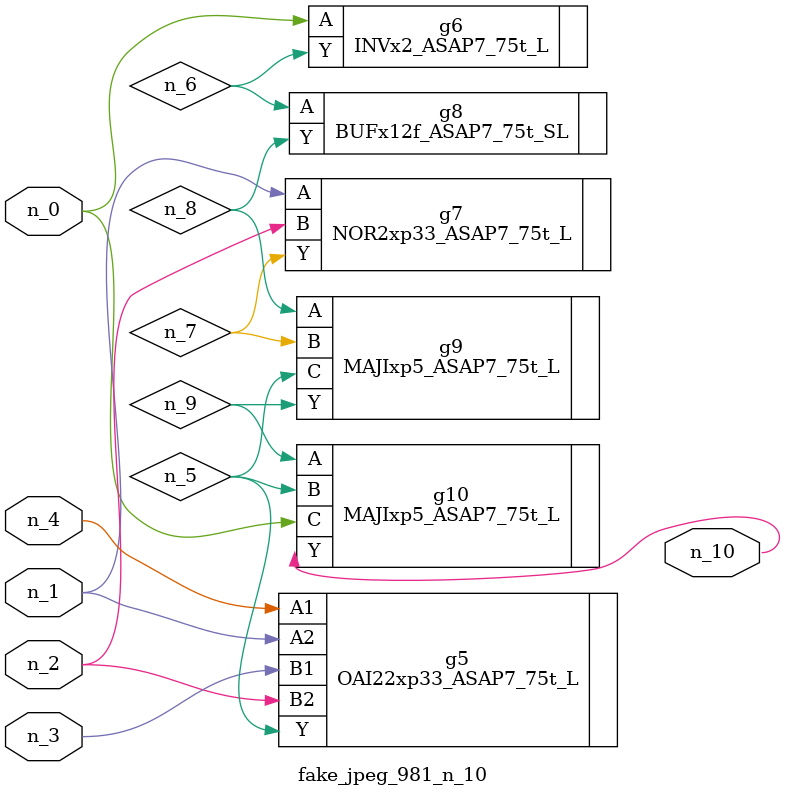
<source format=v>
module fake_jpeg_981_n_10 (n_3, n_2, n_1, n_0, n_4, n_10);

input n_3;
input n_2;
input n_1;
input n_0;
input n_4;

output n_10;

wire n_8;
wire n_9;
wire n_6;
wire n_5;
wire n_7;

OAI22xp33_ASAP7_75t_L g5 ( 
.A1(n_4),
.A2(n_1),
.B1(n_3),
.B2(n_2),
.Y(n_5)
);

INVx2_ASAP7_75t_L g6 ( 
.A(n_0),
.Y(n_6)
);

NOR2xp33_ASAP7_75t_L g7 ( 
.A(n_1),
.B(n_2),
.Y(n_7)
);

BUFx12f_ASAP7_75t_SL g8 ( 
.A(n_6),
.Y(n_8)
);

MAJIxp5_ASAP7_75t_L g9 ( 
.A(n_8),
.B(n_7),
.C(n_5),
.Y(n_9)
);

MAJIxp5_ASAP7_75t_L g10 ( 
.A(n_9),
.B(n_5),
.C(n_0),
.Y(n_10)
);


endmodule
</source>
